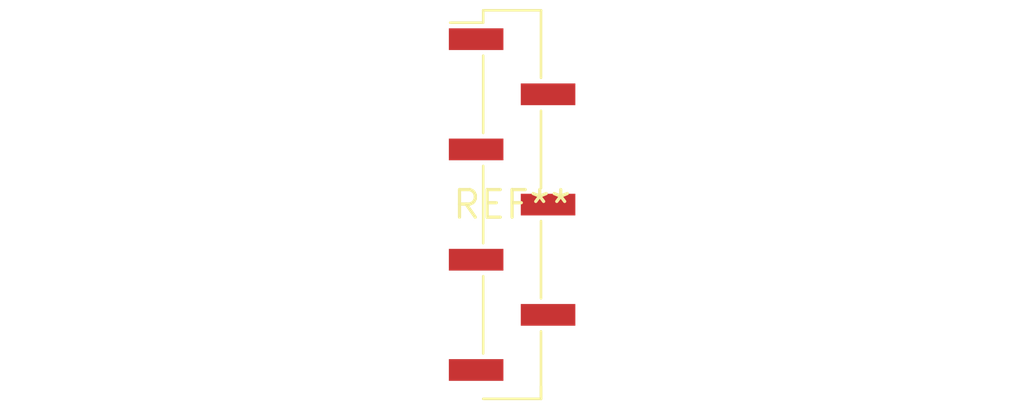
<source format=kicad_pcb>
(kicad_pcb (version 20240108) (generator pcbnew)
  (layers (0 "F.Cu" signal) (31 "B.Cu" signal) (34 "B.Paste" user) (35 "F.Paste" user) (36 "B.SilkS" user "B.Silkscreen") (37 "F.SilkS" user "F.Silkscreen") (38 "B.Mask" user) (39 "F.Mask" user) (44 "Edge.Cuts" user))
  (net 0 "")
  (footprint "PinHeader_1x07_P2.54mm_Vertical_SMD_Pin1Left" (layer "F.Cu") (at 0 0)
    (property "Reference" "REF**")
    (property "Value" "PinHeader_1x07_P2.54mm_Vertical_SMD_Pin1Left")
    (fp_line (start -1.33 -8.95) (end -1.33 -8.38) (layer "F.SilkS") (stroke (width 0.12)))
    (fp_line (start -1.33 -8.95) (end 1.33 -8.95) (layer "F.SilkS") (stroke (width 0.12)))
    (fp_line (start -1.33 -8.38) (end -2.85 -8.38) (layer "F.SilkS") (stroke (width 0.12)))
    (fp_line (start -1.33 -6.86) (end -1.33 -3.3) (layer "F.SilkS") (stroke (width 0.12)))
    (fp_line (start -1.33 -1.78) (end -1.33 1.78) (layer "F.SilkS") (stroke (width 0.12)))
    (fp_line (start -1.33 3.3) (end -1.33 6.86) (layer "F.SilkS") (stroke (width 0.12)))
    (fp_line (start -1.33 8.95) (end 1.33 8.95) (layer "F.SilkS") (stroke (width 0.12)))
    (fp_line (start 1.33 -8.95) (end 1.33 -5.84) (layer "F.SilkS") (stroke (width 0.12)))
    (fp_line (start 1.33 -4.32) (end 1.33 -0.76) (layer "F.SilkS") (stroke (width 0.12)))
    (fp_line (start 1.33 0.76) (end 1.33 4.32) (layer "F.SilkS") (stroke (width 0.12)))
    (fp_line (start 1.33 5.84) (end 1.33 8.95) (layer "F.SilkS") (stroke (width 0.12)))
    (fp_line (start 1.33 8.38) (end 1.33 8.95) (layer "F.SilkS") (stroke (width 0.12)))
    (pad "1" smd rect (at -1.655 -7.62) (size 2.51 1) (layers "F.Cu" "F.Paste" "F.Mask"))
    (pad "2" smd rect (at 1.655 -5.08) (size 2.51 1) (layers "F.Cu" "F.Paste" "F.Mask"))
    (pad "3" smd rect (at -1.655 -2.54) (size 2.51 1) (layers "F.Cu" "F.Paste" "F.Mask"))
    (pad "4" smd rect (at 1.655 0) (size 2.51 1) (layers "F.Cu" "F.Paste" "F.Mask"))
    (pad "5" smd rect (at -1.655 2.54) (size 2.51 1) (layers "F.Cu" "F.Paste" "F.Mask"))
    (pad "6" smd rect (at 1.655 5.08) (size 2.51 1) (layers "F.Cu" "F.Paste" "F.Mask"))
    (pad "7" smd rect (at -1.655 7.62) (size 2.51 1) (layers "F.Cu" "F.Paste" "F.Mask"))
  )
)
</source>
